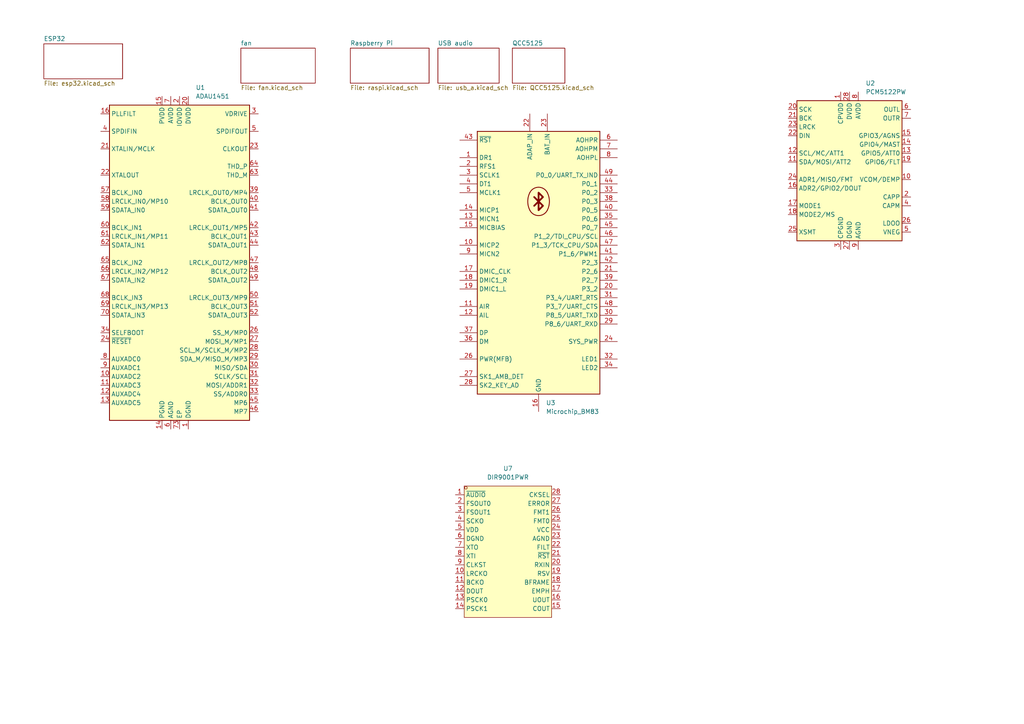
<source format=kicad_sch>
(kicad_sch (version 20250114) (generator "eeschema") (generator_version "9.0")
  (paper "A4")
  (lib_symbols
    (symbol "Audio:PCM5122PW"
      (property "Reference" "U" (at -13.97 21.59 0))
      (property "Value" "PCM5122PW" (at 10.16 21.59 0))
      (symbol "PCM5122PW_0_1"
        (rectangle (start -15.24 20.32) (end 15.24 -20.32) (stroke (width 0.254)) (fill (type background)))
      )
      (symbol "PCM5122PW_1_1"
        (pin input line (at -17.78 17.78 0) (length 2.54) (name "SCK") (number "20"))
        (pin bidirectional line (at -17.78 15.24 0) (length 2.54) (name "BCK") (number "21"))
        (pin bidirectional line (at -17.78 12.7 0) (length 2.54) (name "LRCK") (number "23"))
        (pin input line (at -17.78 10.16 0) (length 2.54) (name "DIN") (number "22"))
        (pin input line (at -17.78 5.08 0) (length 2.54) (name "SCL/MC/ATT1") (number "12"))
        (pin bidirectional line (at -17.78 2.54 0) (length 2.54) (name "SDA/MOSI/ATT2") (number "11"))
        (pin bidirectional line (at -17.78 -2.54 0) (length 2.54) (name "ADR1/MISO/FMT") (number "24"))
        (pin bidirectional line (at -17.78 -5.08 0) (length 2.54) (name "ADR2/GPIO2/DOUT") (number "16"))
        (pin input line (at -17.78 -10.16 0) (length 2.54) (name "MODE1") (number "17"))
        (pin input line (at -17.78 -12.7 0) (length 2.54) (name "MODE2/MS") (number "18"))
        (pin input line (at -17.78 -17.78 0) (length 2.54) (name "XSMT") (number "25"))
        (pin power_in line (at -2.54 22.86 270) (length 2.54) (name "CPVDD") (number "1"))
        (pin power_in line (at -2.54 -22.86 90) (length 2.54) (name "CPGND") (number "3"))
        (pin power_in line (at 0 22.86 270) (length 2.54) (name "DVDD") (number "28"))
        (pin power_in line (at 0 -22.86 90) (length 2.54) (name "DGND") (number "27"))
        (pin power_in line (at 2.54 22.86 270) (length 2.54) (name "AVDD") (number "8"))
        (pin power_in line (at 2.54 -22.86 90) (length 2.54) (name "AGND") (number "9"))
        (pin output line (at 17.78 17.78 180) (length 2.54) (name "OUTL") (number "6"))
        (pin output line (at 17.78 15.24 180) (length 2.54) (name "OUTR") (number "7"))
        (pin bidirectional line (at 17.78 10.16 180) (length 2.54) (name "GPIO3/AGNS") (number "15"))
        (pin bidirectional line (at 17.78 7.62 180) (length 2.54) (name "GPIO4/MAST") (number "14"))
        (pin bidirectional line (at 17.78 5.08 180) (length 2.54) (name "GPIO5/ATT0") (number "13"))
        (pin bidirectional line (at 17.78 2.54 180) (length 2.54) (name "GPIO6/FLT") (number "19"))
        (pin bidirectional line (at 17.78 -2.54 180) (length 2.54) (name "VCOM/DEMP") (number "10"))
        (pin passive line (at 17.78 -7.62 180) (length 2.54) (name "CAPP") (number "2"))
        (pin passive line (at 17.78 -10.16 180) (length 2.54) (name "CAPM") (number "4"))
        (pin passive line (at 17.78 -15.24 180) (length 2.54) (name "LDOO") (number "26"))
        (pin passive line (at 17.78 -17.78 180) (length 2.54) (name "VNEG") (number "5"))
      )
    )
    (symbol "DSP_AnalogDevices:ADAU1451"
      (property "Reference" "U" (at -17.78 46.99 0))
      (property "Value" "ADAU1451" (at 15.24 46.99 0))
      (symbol "ADAU1451_0_1"
        (rectangle (start -20.32 45.72) (end 20.32 -45.72) (stroke (width 0.254)) (fill (type background)))
      )
      (symbol "ADAU1451_1_1"
        (pin passive line (at -22.86 43.18 0) (length 2.54) (name "PLLFILT") (number "16"))
        (pin input line (at -22.86 38.1 0) (length 2.54) (name "SPDIFIN") (number "4"))
        (pin input line (at -22.86 33.02 0) (length 2.54) (name "XTALIN/MCLK") (number "21"))
        (pin output line (at -22.86 25.4 0) (length 2.54) (name "XTALOUT") (number "22"))
        (pin bidirectional line (at -22.86 20.32 0) (length 2.54) (name "BCLK_IN0") (number "57"))
        (pin bidirectional line (at -22.86 17.78 0) (length 2.54) (name "LRCLK_IN0/MP10") (number "58"))
        (pin input line (at -22.86 15.24 0) (length 2.54) (name "SDATA_IN0") (number "59"))
        (pin bidirectional line (at -22.86 10.16 0) (length 2.54) (name "BCLK_IN1") (number "60"))
        (pin bidirectional line (at -22.86 7.62 0) (length 2.54) (name "LRCLK_IN1/MP11") (number "61"))
        (pin input line (at -22.86 5.08 0) (length 2.54) (name "SDATA_IN1") (number "62"))
        (pin bidirectional line (at -22.86 0 0) (length 2.54) (name "BCLK_IN2") (number "65"))
        (pin bidirectional line (at -22.86 -2.54 0) (length 2.54) (name "LRCLK_IN2/MP12") (number "66"))
        (pin input line (at -22.86 -5.08 0) (length 2.54) (name "SDATA_IN2") (number "67"))
        (pin bidirectional line (at -22.86 -10.16 0) (length 2.54) (name "BCLK_IN3") (number "68"))
        (pin bidirectional line (at -22.86 -12.7 0) (length 2.54) (name "LRCLK_IN3/MP13") (number "69"))
        (pin input line (at -22.86 -15.24 0) (length 2.54) (name "SDATA_IN3") (number "70"))
        (pin input line (at -22.86 -20.32 0) (length 2.54) (name "SELFBOOT") (number "34"))
        (pin input line (at -22.86 -22.86 0) (length 2.54) (name "~{RESET}") (number "24"))
        (pin input line (at -22.86 -27.94 0) (length 2.54) (name "AUXADC0") (number "8"))
        (pin input line (at -22.86 -30.48 0) (length 2.54) (name "AUXADC1") (number "9"))
        (pin input line (at -22.86 -33.02 0) (length 2.54) (name "AUXADC2") (number "10"))
        (pin input line (at -22.86 -35.56 0) (length 2.54) (name "AUXADC3") (number "11"))
        (pin input line (at -22.86 -38.1 0) (length 2.54) (name "AUXADC4") (number "12"))
        (pin input line (at -22.86 -40.64 0) (length 2.54) (name "AUXADC5") (number "13"))
        (pin power_in line (at -5.08 48.26 270) (length 2.54) (name "PVDD") (number "15"))
        (pin power_in line (at -5.08 -48.26 90) (length 2.54) (name "PGND") (number "14"))
        (pin power_in line (at -2.54 48.26 270) (length 2.54) (name "AVDD") (number "7"))
        (pin power_in line (at -2.54 -48.26 90) (length 2.54) (name "AGND") (number "6"))
        (pin passive line (at 0 48.26 270) (length 2.54) (hide yes) (name "IOVDD") (number "18"))
        (pin power_in line (at 0 48.26 270) (length 2.54) (name "IOVDD") (number "2"))
        (pin passive line (at 0 48.26 270) (length 2.54) (hide yes) (name "IOVDD") (number "38"))
        (pin passive line (at 0 48.26 270) (length 2.54) (hide yes) (name "IOVDD") (number "56"))
        (pin power_in line (at 0 -48.26 90) (length 2.54) (name "EP") (number "73"))
        (pin power_in line (at 2.54 48.26 270) (length 2.54) (name "DVDD") (number "20"))
        (pin passive line (at 2.54 48.26 270) (length 2.54) (hide yes) (name "DVDD") (number "35"))
        (pin passive line (at 2.54 48.26 270) (length 2.54) (hide yes) (name "DVDD") (number "53"))
        (pin passive line (at 2.54 48.26 270) (length 2.54) (hide yes) (name "DVDD") (number "71"))
        (pin power_in line (at 2.54 -48.26 90) (length 2.54) (name "DGND") (number "1"))
        (pin passive line (at 2.54 -48.26 90) (length 2.54) (hide yes) (name "DGND") (number "17"))
        (pin passive line (at 2.54 -48.26 90) (length 2.54) (hide yes) (name "DGND") (number "19"))
        (pin passive line (at 2.54 -48.26 90) (length 2.54) (hide yes) (name "DGND") (number "25"))
        (pin passive line (at 2.54 -48.26 90) (length 2.54) (hide yes) (name "DGND") (number "36"))
        (pin passive line (at 2.54 -48.26 90) (length 2.54) (hide yes) (name "DGND") (number "37"))
        (pin passive line (at 2.54 -48.26 90) (length 2.54) (hide yes) (name "DGND") (number "54"))
        (pin passive line (at 2.54 -48.26 90) (length 2.54) (hide yes) (name "DGND") (number "55"))
        (pin passive line (at 2.54 -48.26 90) (length 2.54) (hide yes) (name "DGND") (number "72"))
        (pin output line (at 22.86 43.18 180) (length 2.54) (name "VDRIVE") (number "3"))
        (pin output line (at 22.86 38.1 180) (length 2.54) (name "SPDIFOUT") (number "5"))
        (pin output line (at 22.86 33.02 180) (length 2.54) (name "CLKOUT") (number "23"))
        (pin passive line (at 22.86 27.94 180) (length 2.54) (name "THD_P") (number "64"))
        (pin passive line (at 22.86 25.4 180) (length 2.54) (name "THD_M") (number "63"))
        (pin bidirectional line (at 22.86 20.32 180) (length 2.54) (name "LRCLK_OUT0/MP4") (number "39"))
        (pin bidirectional line (at 22.86 17.78 180) (length 2.54) (name "BCLK_OUT0") (number "40"))
        (pin output line (at 22.86 15.24 180) (length 2.54) (name "SDATA_OUT0") (number "41"))
        (pin bidirectional line (at 22.86 10.16 180) (length 2.54) (name "LRCLK_OUT1/MP5") (number "42"))
        (pin bidirectional line (at 22.86 7.62 180) (length 2.54) (name "BCLK_OUT1") (number "43"))
        (pin output line (at 22.86 5.08 180) (length 2.54) (name "SDATA_OUT1") (number "44"))
        (pin bidirectional line (at 22.86 0 180) (length 2.54) (name "LRCLK_OUT2/MP8") (number "47"))
        (pin bidirectional line (at 22.86 -2.54 180) (length 2.54) (name "BCLK_OUT2") (number "48"))
        (pin output line (at 22.86 -5.08 180) (length 2.54) (name "SDATA_OUT2") (number "49"))
        (pin bidirectional line (at 22.86 -10.16 180) (length 2.54) (name "LRCLK_OUT3/MP9") (number "50"))
        (pin bidirectional line (at 22.86 -12.7 180) (length 2.54) (name "BCLK_OUT3") (number "51"))
        (pin output line (at 22.86 -15.24 180) (length 2.54) (name "SDATA_OUT3") (number "52"))
        (pin bidirectional line (at 22.86 -20.32 180) (length 2.54) (name "SS_M/MP0") (number "26"))
        (pin bidirectional line (at 22.86 -22.86 180) (length 2.54) (name "MOSI_M/MP1") (number "27"))
        (pin bidirectional line (at 22.86 -25.4 180) (length 2.54) (name "SCL_M/SCLK_M/MP2") (number "28"))
        (pin bidirectional line (at 22.86 -27.94 180) (length 2.54) (name "SDA_M/MISO_M/MP3") (number "29"))
        (pin bidirectional line (at 22.86 -30.48 180) (length 2.54) (name "MISO/SDA") (number "30"))
        (pin input line (at 22.86 -33.02 180) (length 2.54) (name "SCLK/SCL") (number "31"))
        (pin input line (at 22.86 -35.56 180) (length 2.54) (name "MOSI/ADDR1") (number "32"))
        (pin input line (at 22.86 -38.1 180) (length 2.54) (name "SS/ADDR0") (number "33"))
        (pin bidirectional line (at 22.86 -40.64 180) (length 2.54) (name "MP6") (number "45"))
        (pin bidirectional line (at 22.86 -43.18 180) (length 2.54) (name "MP7") (number "46"))
      )
    )
    (symbol "RF_Bluetooth:Microchip_BM83"
      (property "Reference" "U" (at -17.78 39.37 0))
      (property "Value" "Microchip_BM83" (at 5.08 -39.37 0))
      (symbol "Microchip_BM83_0_1"
        (rectangle (start -17.78 38.1) (end 17.78 -38.1) (stroke (width 0.254)) (fill (type background)))
        (arc (start 2.5401 20.32) (mid 3.1397 17.78) (end 2.5401 15.24) (stroke (width 0.254)) (fill (type background)))
        (polyline (pts (xy 0.0001 20.32) (xy 1.2701 19.05) (xy 0.0001 17.78) (xy 1.2701 16.51) (xy 0.0001 15.24) (xy 0.0001 20.32)) (stroke (width 0.508)))
        (arc (start -2.5399 20.32) (mid 0.0001 21.8898) (end 2.5401 20.32) (stroke (width 0.254)) (fill (type background)))
        (polyline (pts (xy 0.0001 17.78) (xy -1.2699 19.05)) (stroke (width 0.508)))
        (polyline (pts (xy 0.0001 17.78) (xy -1.2699 16.51)) (stroke (width 0.508)))
        (arc (start 2.5401 15.24) (mid 0.0001 13.6702) (end -2.5399 15.24) (stroke (width 0.254)) (fill (type background)))
        (arc (start -2.5399 15.24) (mid -3.1395 17.78) (end -2.5399 20.32) (stroke (width 0.254)) (fill (type background)))
      )
      (symbol "Microchip_BM83_1_1"
        (pin input line (at -22.86 35.56 0) (length 5.08) (name "~{RST}") (number "43"))
        (pin input line (at -22.86 30.48 0) (length 5.08) (name "DR1") (number "1"))
        (pin bidirectional line (at -22.86 27.94 0) (length 5.08) (name "RFS1") (number "2"))
        (pin bidirectional line (at -22.86 25.4 0) (length 5.08) (name "SCLK1") (number "3"))
        (pin output line (at -22.86 22.86 0) (length 5.08) (name "DT1") (number "4"))
        (pin output line (at -22.86 20.32 0) (length 5.08) (name "MCLK1") (number "5"))
        (pin input line (at -22.86 15.24 0) (length 5.08) (name "MICP1") (number "14"))
        (pin input line (at -22.86 12.7 0) (length 5.08) (name "MICN1") (number "13"))
        (pin passive line (at -22.86 10.16 0) (length 5.08) (name "MICBIAS") (number "15"))
        (pin input line (at -22.86 5.08 0) (length 5.08) (name "MICP2") (number "10"))
        (pin input line (at -22.86 2.54 0) (length 5.08) (name "MICN2") (number "9"))
        (pin output line (at -22.86 -2.54 0) (length 5.08) (name "DMIC_CLK") (number "17"))
        (pin output line (at -22.86 -5.08 0) (length 5.08) (name "DMIC1_R") (number "18"))
        (pin output line (at -22.86 -7.62 0) (length 5.08) (name "DMIC1_L") (number "19"))
        (pin input line (at -22.86 -12.7 0) (length 5.08) (name "AIR") (number "11"))
        (pin input line (at -22.86 -15.24 0) (length 5.08) (name "AIL") (number "12"))
        (pin bidirectional line (at -22.86 -20.32 0) (length 5.08) (name "DP") (number "37"))
        (pin bidirectional line (at -22.86 -22.86 0) (length 5.08) (name "DM") (number "36"))
        (pin input line (at -22.86 -27.94 0) (length 5.08) (name "PWR(MFB)") (number "26"))
        (pin input line (at -22.86 -33.02 0) (length 5.08) (name "SK1_AMB_DET") (number "27"))
        (pin input line (at -22.86 -35.56 0) (length 5.08) (name "SK2_KEY_AD") (number "28"))
        (pin power_in line (at -2.54 43.18 270) (length 5.08) (name "ADAP_IN") (number "22"))
        (pin power_in line (at 0 -43.18 90) (length 5.08) (name "GND") (number "16"))
        (pin passive line (at 0 -43.18 90) (length 5.08) (hide yes) (name "GND") (number "50"))
        (pin passive line (at 0 -43.18 90) (length 5.08) (hide yes) (name "GND") (number "56"))
        (pin passive line (at 0 -43.18 90) (length 5.08) (hide yes) (name "GND") (number "57"))
        (pin power_in line (at 2.54 43.18 270) (length 5.08) (name "BAT_IN") (number "23"))
        (pin no_connect line (at 17.78 -33.02 180) (length 5.08) (hide yes) (name "VDD_IO") (number "25"))
        (pin output line (at 22.86 35.56 180) (length 5.08) (name "AOHPR") (number "6"))
        (pin output line (at 22.86 33.02 180) (length 5.08) (name "AOHPM") (number "7"))
        (pin output line (at 22.86 30.48 180) (length 5.08) (name "AOHPL") (number "8"))
        (pin bidirectional line (at 22.86 25.4 180) (length 5.08) (name "P0_0/UART_TX_IND") (number "49"))
        (pin bidirectional line (at 22.86 22.86 180) (length 5.08) (name "P0_1") (number "44"))
        (pin bidirectional line (at 22.86 20.32 180) (length 5.08) (name "P0_2") (number "33"))
        (pin bidirectional line (at 22.86 17.78 180) (length 5.08) (name "P0_3") (number "38"))
        (pin bidirectional line (at 22.86 15.24 180) (length 5.08) (name "P0_5") (number "40"))
        (pin bidirectional line (at 22.86 12.7 180) (length 5.08) (name "P0_6") (number "35"))
        (pin bidirectional line (at 22.86 10.16 180) (length 5.08) (name "P0_7") (number "45"))
        (pin bidirectional line (at 22.86 7.62 180) (length 5.08) (name "P1_2/TDI_CPU/SCL") (number "46"))
        (pin bidirectional line (at 22.86 5.08 180) (length 5.08) (name "P1_3/TCK_CPU/SDA") (number "47"))
        (pin bidirectional line (at 22.86 2.54 180) (length 5.08) (name "P1_6/PWM1") (number "41"))
        (pin bidirectional line (at 22.86 0 180) (length 5.08) (name "P2_3") (number "42"))
        (pin bidirectional line (at 22.86 -2.54 180) (length 5.08) (name "P2_6") (number "21"))
        (pin bidirectional line (at 22.86 -5.08 180) (length 5.08) (name "P2_7") (number "39"))
        (pin bidirectional line (at 22.86 -7.62 180) (length 5.08) (name "P3_2") (number "20"))
        (pin bidirectional line (at 22.86 -10.16 180) (length 5.08) (name "P3_4/UART_RTS") (number "31"))
        (pin bidirectional line (at 22.86 -12.7 180) (length 5.08) (name "P3_7/UART_CTS") (number "48"))
        (pin bidirectional line (at 22.86 -15.24 180) (length 5.08) (name "P8_5/UART_TXD") (number "30"))
        (pin bidirectional line (at 22.86 -17.78 180) (length 5.08) (name "P8_6/UART_RXD") (number "29"))
        (pin power_out line (at 22.86 -22.86 180) (length 5.08) (name "SYS_PWR") (number "24"))
        (pin input line (at 22.86 -27.94 180) (length 5.08) (name "LED1") (number "32"))
        (pin input line (at 22.86 -30.48 180) (length 5.08) (name "LED2") (number "34"))
      )
    )
    (symbol "easyeda2kicad:DIR9001PWR"
      (property "Reference" "U" (at 0 21.59 0))
      (property "Value" "DIR9001PWR" (at 0 -21.59 0))
      (symbol "DIR9001PWR_0_1"
        (rectangle (start -12.7 19.05) (end 12.7 -19.05) (fill (type background)))
        (circle (center -12.19 18.54) (radius 0.38))
        (pin unspecified line (at -15.24 16.51 0) (length 2.54) (name "~{AUDIO}") (number "1"))
        (pin unspecified line (at -15.24 13.97 0) (length 2.54) (name "FSOUT0") (number "2"))
        (pin unspecified line (at -15.24 11.43 0) (length 2.54) (name "FSOUT1") (number "3"))
        (pin unspecified line (at -15.24 8.89 0) (length 2.54) (name "SCKO") (number "4"))
        (pin unspecified line (at -15.24 6.35 0) (length 2.54) (name "VDD") (number "5"))
        (pin unspecified line (at -15.24 3.81 0) (length 2.54) (name "DGND") (number "6"))
        (pin unspecified line (at -15.24 1.27 0) (length 2.54) (name "XTO") (number "7"))
        (pin unspecified line (at -15.24 -1.27 0) (length 2.54) (name "XTI") (number "8"))
        (pin unspecified line (at -15.24 -3.81 0) (length 2.54) (name "CLKST") (number "9"))
        (pin unspecified line (at -15.24 -6.35 0) (length 2.54) (name "LRCKO") (number "10"))
        (pin unspecified line (at -15.24 -8.89 0) (length 2.54) (name "BCKO") (number "11"))
        (pin unspecified line (at -15.24 -11.43 0) (length 2.54) (name "DOUT") (number "12"))
        (pin unspecified line (at -15.24 -13.97 0) (length 2.54) (name "PSCK0") (number "13"))
        (pin unspecified line (at -15.24 -16.51 0) (length 2.54) (name "PSCK1") (number "14"))
        (pin unspecified line (at 15.24 16.51 180) (length 2.54) (name "CKSEL") (number "28"))
        (pin unspecified line (at 15.24 13.97 180) (length 2.54) (name "ERROR") (number "27"))
        (pin unspecified line (at 15.24 11.43 180) (length 2.54) (name "FMT1") (number "26"))
        (pin unspecified line (at 15.24 8.89 180) (length 2.54) (name "FMT0") (number "25"))
        (pin unspecified line (at 15.24 6.35 180) (length 2.54) (name "VCC") (number "24"))
        (pin unspecified line (at 15.24 3.81 180) (length 2.54) (name "AGND") (number "23"))
        (pin unspecified line (at 15.24 1.27 180) (length 2.54) (name "FILT") (number "22"))
        (pin unspecified line (at 15.24 -1.27 180) (length 2.54) (name "~{RST}") (number "21"))
        (pin unspecified line (at 15.24 -3.81 180) (length 2.54) (name "RXIN") (number "20"))
        (pin unspecified line (at 15.24 -6.35 180) (length 2.54) (name "RSV") (number "19"))
        (pin unspecified line (at 15.24 -8.89 180) (length 2.54) (name "BFRAME") (number "18"))
        (pin unspecified line (at 15.24 -11.43 180) (length 2.54) (name "EMPH") (number "17"))
        (pin unspecified line (at 15.24 -13.97 180) (length 2.54) (name "UOUT") (number "16"))
        (pin unspecified line (at 15.24 -16.51 180) (length 2.54) (name "COUT") (number "15"))
      )
    )
  )
  (symbol (lib_id "RF_Bluetooth:Microchip_BM83") (at 156.21 76.2 0) (unit 1)
    (property "Reference" "U3" (at 158.3533 116.84 0) (effects (justify left)))
    (property "Value" "Microchip_BM83" (at 158.3533 119.38 0) (effects (justify left)))
    (property "Footprint" "RF_Module:Microchip_BM83" (effects (hide yes)))
    (property "Datasheet" "https://ww1.microchip.com/downloads/aemDocuments/documents/WSG/ProductDocuments/DataSheets/70005402E.pdf" (effects (hide yes)))
    (property "Description" "Microchip BM23 Bluetooth 5.0 Audio Stereo Module, dual-mode, Audio Profiles, 32x15mm" (effects (hide yes)))
  )
  (symbol (lib_id "DSP_AnalogDevices:ADAU1451") (at 52.07 76.2 0) (unit 1)
    (property "Reference" "U1" (at 56.7533 25.4 0) (effects (justify left)))
    (property "Value" "ADAU1451" (at 56.7533 27.94 0) (effects (justify left)))
    (property "Footprint" "Package_CSP:LFCSP-72-1EP_10x10mm_P0.5mm_EP5.3x5.3mm" (effects (hide yes)))
    (property "Datasheet" "https://www.analog.com/media/en/technical-documentation/data-sheets/ADAU1452_1451_1450.pdf" (effects (hide yes)))
    (property "Description" "SigmaDSP SigmaDSP Digital Audio Processor, 294.912 MHz, 40kword Data RAM, I2C/SPI, S/PDIF I/O, 16-Channel ASRC, LFCSP-72" (effects (hide yes)))
  )
  (symbol (lib_id "easyeda2kicad:DIR9001PWR") (at 147.32 160.02 0) (unit 1)
    (property "Reference" "U7" (at 147.32 135.89 0))
    (property "Value" "DIR9001PWR" (at 147.32 138.43 0))
    (property "Footprint" "easyeda2kicad:TSSOP-28_L9.7-W4.4-P0.65-LS6.4-BL" (effects (hide yes)))
    (property "Datasheet" "https://lcsc.com/product-detail/Others_Texas-Instruments_DIR9001PWR_Texas-Instruments-TI-DIR9001PWR_C96215.html" (effects (hide yes)))
    (property "LCSC Part" "C96215" (effects (hide yes)))
  )
  (symbol (lib_id "Audio:PCM5122PW") (at 246.38 49.53 0) (unit 1)
    (property "Reference" "U2" (at 251.0633 24.13 0) (effects (justify left)))
    (property "Value" "PCM5122PW" (at 251.0633 26.67 0) (effects (justify left)))
    (property "Footprint" "Package_SO:TSSOP-28_4.4x9.7mm_P0.65mm" (effects (hide yes)))
    (property "Datasheet" "http://www.ti.com/lit/ds/symlink/pcm5122.pdf" (effects (hide yes)))
    (property "Description" "2VRMS DirectPath, 112dB Audio Stereo DAC with 32-bit, 384kHz PCM Interface, TSSOP-28" (effects (hide yes)))
  )
  (sheet (at 148.59 13.97) (size 15.24 10.16) (stroke (width 0.1524))
    (property "Sheetname" "QCC5125" (at 148.59 13.2584 0) (effects (justify left bottom)))
    (property "Sheetfile" "QCC5125.kicad_sch" (at 148.59 24.7146 0) (effects (justify left top)))
  )
  (sheet (at 69.85 13.97) (size 21.59 10.16) (stroke (width 0.1524))
    (property "Sheetname" "fan" (at 69.85 13.2584 0) (effects (justify left bottom)))
    (property "Sheetfile" "fan.kicad_sch" (at 69.85 24.7146 0) (effects (justify left top)))
  )
  (sheet (at 12.7 12.7) (size 22.86 10.16) (stroke (width 0.1524))
    (property "Sheetname" "ESP32" (at 12.7 11.9884 0) (effects (justify left bottom)))
    (property "Sheetfile" "esp32.kicad_sch" (at 12.7 23.4446 0) (effects (justify left top)))
  )
  (sheet (at 101.6 13.97) (size 22.86 10.16) (stroke (width 0.1524))
    (property "Sheetname" "Raspberry Pi" (at 101.6 13.2584 0) (effects (justify left bottom)))
    (property "Sheetfile" "raspi.kicad_sch" (at 101.6 24.7146 0) (effects (justify left top)))
  )
  (sheet (at 127 13.97) (size 17.78 10.16) (stroke (width 0.1524))
    (property "Sheetname" "USB audio" (at 127 13.2584 0) (effects (justify left bottom)))
    (property "Sheetfile" "usb_a.kicad_sch" (at 127 24.7146 0) (effects (justify left top)))
  )
)
</source>
